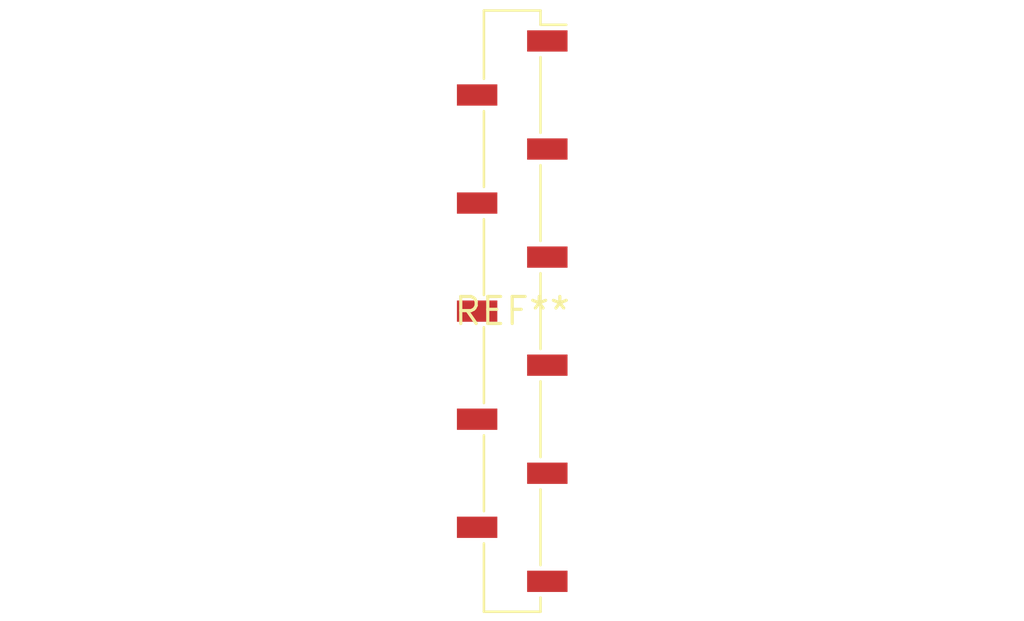
<source format=kicad_pcb>
(kicad_pcb (version 20240108) (generator pcbnew)
  (layers (0 "F.Cu" signal) (31 "B.Cu" signal) (34 "B.Paste" user) (35 "F.Paste" user) (36 "B.SilkS" user "B.Silkscreen") (37 "F.SilkS" user "F.Silkscreen") (38 "B.Mask" user) (39 "F.Mask" user) (44 "Edge.Cuts" user))
  (net 0 "")
  (footprint "PinSocket_1x11_P2.54mm_Vertical_SMD_Pin1Right" (layer "F.Cu") (at 0 0)
    (property "Reference" "REF**")
    (property "Value" "PinSocket_1x11_P2.54mm_Vertical_SMD_Pin1Right")
    (fp_line (start -1.33 -14.13) (end -1.33 -10.92) (layer "F.SilkS") (stroke (width 0.12)))
    (fp_line (start -1.33 -14.13) (end 1.33 -14.13) (layer "F.SilkS") (stroke (width 0.12)))
    (fp_line (start -1.33 -9.4) (end -1.33 -5.84) (layer "F.SilkS") (stroke (width 0.12)))
    (fp_line (start -1.33 -4.32) (end -1.33 -0.76) (layer "F.SilkS") (stroke (width 0.12)))
    (fp_line (start -1.33 0.76) (end -1.33 4.32) (layer "F.SilkS") (stroke (width 0.12)))
    (fp_line (start -1.33 5.84) (end -1.33 9.4) (layer "F.SilkS") (stroke (width 0.12)))
    (fp_line (start -1.33 10.92) (end -1.33 14.13) (layer "F.SilkS") (stroke (width 0.12)))
    (fp_line (start -1.33 14.13) (end 1.33 14.13) (layer "F.SilkS") (stroke (width 0.12)))
    (fp_line (start 1.33 -14.13) (end 1.33 -13.46) (layer "F.SilkS") (stroke (width 0.12)))
    (fp_line (start 1.33 -13.46) (end 2.54 -13.46) (layer "F.SilkS") (stroke (width 0.12)))
    (fp_line (start 1.33 -11.94) (end 1.33 -8.38) (layer "F.SilkS") (stroke (width 0.12)))
    (fp_line (start 1.33 -6.86) (end 1.33 -3.3) (layer "F.SilkS") (stroke (width 0.12)))
    (fp_line (start 1.33 -1.78) (end 1.33 1.78) (layer "F.SilkS") (stroke (width 0.12)))
    (fp_line (start 1.33 3.3) (end 1.33 6.86) (layer "F.SilkS") (stroke (width 0.12)))
    (fp_line (start 1.33 8.38) (end 1.33 11.94) (layer "F.SilkS") (stroke (width 0.12)))
    (fp_line (start 1.33 13.46) (end 1.33 14.13) (layer "F.SilkS") (stroke (width 0.12)))
    (pad "1" smd rect (at 1.65 -12.7) (size 1.9 1) (layers "F.Cu" "F.Paste" "F.Mask"))
    (pad "2" smd rect (at -1.65 -10.16) (size 1.9 1) (layers "F.Cu" "F.Paste" "F.Mask"))
    (pad "3" smd rect (at 1.65 -7.62) (size 1.9 1) (layers "F.Cu" "F.Paste" "F.Mask"))
    (pad "4" smd rect (at -1.65 -5.08) (size 1.9 1) (layers "F.Cu" "F.Paste" "F.Mask"))
    (pad "5" smd rect (at 1.65 -2.54) (size 1.9 1) (layers "F.Cu" "F.Paste" "F.Mask"))
    (pad "6" smd rect (at -1.65 0) (size 1.9 1) (layers "F.Cu" "F.Paste" "F.Mask"))
    (pad "7" smd rect (at 1.65 2.54) (size 1.9 1) (layers "F.Cu" "F.Paste" "F.Mask"))
    (pad "8" smd rect (at -1.65 5.08) (size 1.9 1) (layers "F.Cu" "F.Paste" "F.Mask"))
    (pad "9" smd rect (at 1.65 7.62) (size 1.9 1) (layers "F.Cu" "F.Paste" "F.Mask"))
    (pad "10" smd rect (at -1.65 10.16) (size 1.9 1) (layers "F.Cu" "F.Paste" "F.Mask"))
    (pad "11" smd rect (at 1.65 12.7) (size 1.9 1) (layers "F.Cu" "F.Paste" "F.Mask"))
  )
)
</source>
